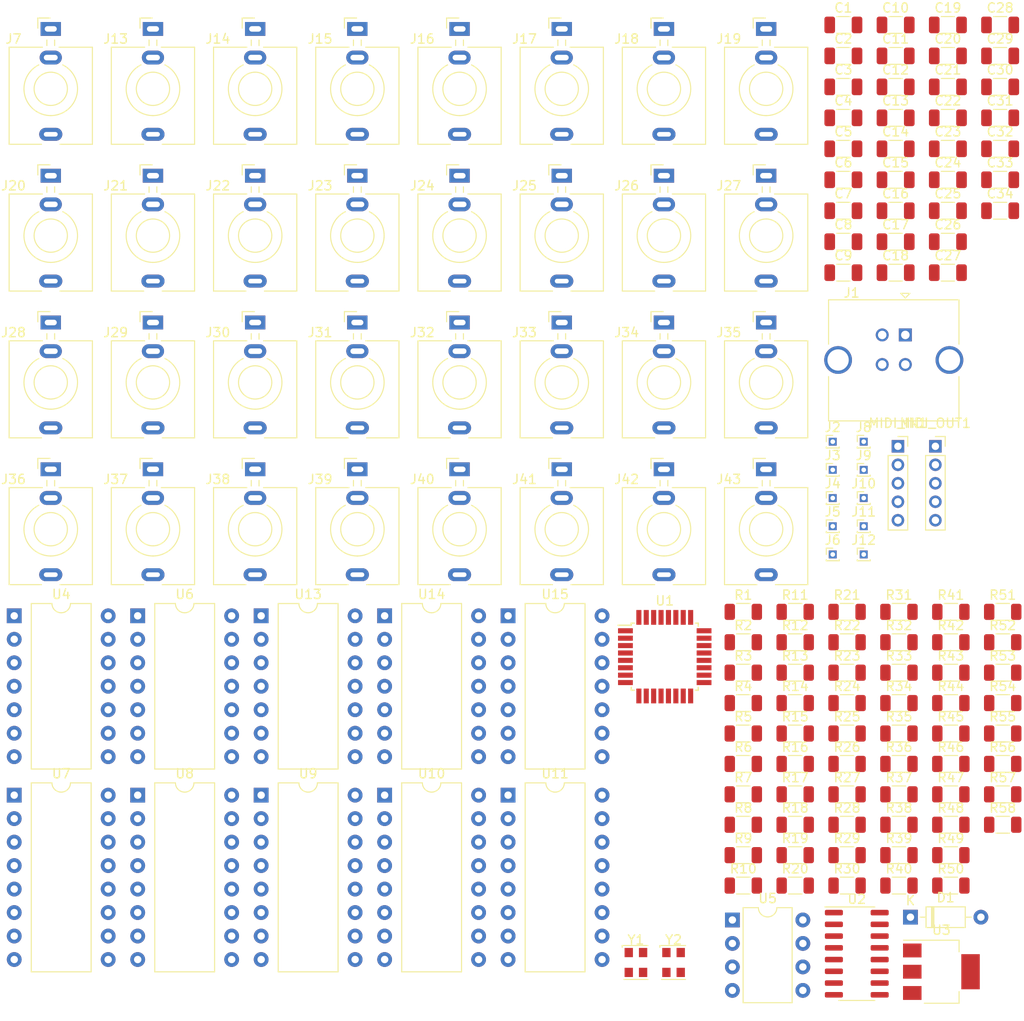
<source format=kicad_pcb>
(kicad_pcb (version 20221018) (generator pcbnew)
  (layers (0 "F.Cu" signal) (31 "B.Cu" signal) (34 "B.Paste" user) (35 "F.Paste" user) (36 "B.SilkS" user "B.Silkscreen") (37 "F.SilkS" user "F.Silkscreen") (38 "B.Mask" user) (39 "F.Mask" user) (44 "Edge.Cuts" user))
  (net 0 "")
  (net 1 "GND")
  (net 2 "Net-(U2-V3)")
  (net 3 "Net-(J9-Pin_1)")
  (net 4 "Net-(U6A-+)")
  (net 5 "Net-(U11-A0)")
  (net 6 "Net-(U6B-+)")
  (net 7 "Net-(U11-A1)")
  (net 8 "Net-(U6C-+)")
  (net 9 "Net-(U11-A2)")
  (net 10 "Net-(U6D-+)")
  (net 11 "Net-(U11-A3)")
  (net 12 "Net-(U13A-+)")
  (net 13 "Net-(U11-A7)")
  (net 14 "Net-(U13B-+)")
  (net 15 "Net-(U11-A6)")
  (net 16 "Net-(U13C-+)")
  (net 17 "Net-(U11-A5)")
  (net 18 "Net-(U13D-+)")
  (net 19 "Net-(U11-A4)")
  (net 20 "Net-(U14A-+)")
  (net 21 "Net-(U10-A0)")
  (net 22 "Net-(U14B-+)")
  (net 23 "Net-(U10-A1)")
  (net 24 "Net-(U14C-+)")
  (net 25 "Net-(U10-A2)")
  (net 26 "Net-(U14D-+)")
  (net 27 "Net-(U10-A3)")
  (net 28 "Net-(U15A-+)")
  (net 29 "Net-(U10-A7)")
  (net 30 "Net-(U15B-+)")
  (net 31 "Net-(U10-A6)")
  (net 32 "Net-(U15C-+)")
  (net 33 "Net-(U10-A5)")
  (net 34 "Net-(U15D-+)")
  (net 35 "Net-(U10-A4)")
  (net 36 "Net-(C19-Pad1)")
  (net 37 "Net-(U9-A7)")
  (net 38 "Net-(C20-Pad1)")
  (net 39 "Net-(U9-A6)")
  (net 40 "Net-(C21-Pad1)")
  (net 41 "Net-(U9-A5)")
  (net 42 "Net-(C22-Pad1)")
  (net 43 "Net-(U9-A4)")
  (net 44 "Net-(C23-Pad1)")
  (net 45 "Net-(U9-A3)")
  (net 46 "Net-(C24-Pad1)")
  (net 47 "Net-(U9-A2)")
  (net 48 "Net-(C25-Pad1)")
  (net 49 "Net-(U9-A1)")
  (net 50 "Net-(C26-Pad1)")
  (net 51 "Net-(U9-A0)")
  (net 52 "Net-(C27-Pad1)")
  (net 53 "Net-(U8-A7)")
  (net 54 "Net-(C28-Pad1)")
  (net 55 "Net-(U8-A6)")
  (net 56 "Net-(C29-Pad1)")
  (net 57 "Net-(U8-A5)")
  (net 58 "Net-(C30-Pad1)")
  (net 59 "Net-(U8-A4)")
  (net 60 "Net-(C31-Pad1)")
  (net 61 "Net-(U8-A3)")
  (net 62 "Net-(C32-Pad1)")
  (net 63 "Net-(U8-A2)")
  (net 64 "Net-(C33-Pad1)")
  (net 65 "Net-(U8-A1)")
  (net 66 "Net-(C34-Pad1)")
  (net 67 "Net-(U8-A0)")
  (net 68 "Net-(D1-K)")
  (net 69 "Net-(D1-A)")
  (net 70 "Net-(J1-VBUS)")
  (net 71 "Net-(J1-D-)")
  (net 72 "Net-(J1-D+)")
  (net 73 "Net-(J1-GND)")
  (net 75 "+5V")
  (net 76 "Net-(J6-Pin_1)")
  (net 77 "Net-(J8-Pin_1)")
  (net 78 "Net-(J10-Pin_1)")
  (net 79 "Net-(J11-Pin_1)")
  (net 80 "Net-(J12-Pin_1)")
  (net 81 "Net-(U14A--)")
  (net 82 "Net-(U6A--)")
  (net 83 "Net-(U6B--)")
  (net 84 "Net-(U6C--)")
  (net 85 "Net-(U6D--)")
  (net 86 "Net-(U13A--)")
  (net 87 "Net-(U13B--)")
  (net 88 "Net-(U13C--)")
  (net 89 "Net-(U13D--)")
  (net 90 "Net-(U14B--)")
  (net 91 "Net-(U14C--)")
  (net 92 "Net-(U14D--)")
  (net 93 "Net-(U15A--)")
  (net 94 "Net-(U15B--)")
  (net 95 "Net-(U15C--)")
  (net 96 "Net-(U15D--)")
  (net 102 "Net-(U1-~{RESET}{slash}PC6)")
  (net 103 "Net-(MIDI_IN1-Pad4)")
  (net 104 "Net-(MIDI_OUT1-Pad4)")
  (net 105 "Net-(MIDI_OUT1-Pad5)")
  (net 106 "Net-(R5-Pad2)")
  (net 107 "Net-(U7-~O0)")
  (net 108 "Net-(U10-A)")
  (net 109 "Net-(U7-~O1)")
  (net 110 "Net-(U7-~O2)")
  (net 111 "-5V")
  (net 112 "Net-(U1-PD2)")
  (net 113 "Net-(U1-PD3)")
  (net 114 "Net-(U1-PD4)")
  (net 115 "Net-(U1-XTAL1{slash}PB6)")
  (net 116 "Net-(U1-XTAL2{slash}PB7)")
  (net 117 "Net-(U1-PD5)")
  (net 118 "Net-(U1-PD6)")
  (net 119 "Net-(U1-PD7)")
  (net 120 "Net-(U1-PB0)")
  (net 121 "Net-(U1-PB1)")
  (net 122 "Net-(U1-PB2)")
  (net 126 "Net-(U1-AREF)")
  (net 133 "Net-(U2-XI)")
  (net 134 "Net-(U2-XO)")
  (net 141 "Net-(U4-Pad1)")
  (net 142 "Net-(U10-~{E})")
  (net 143 "Net-(U4-Pad11)")
  (net 144 "Net-(U7-~O3)")
  (net 145 "Net-(U8-A)")
  (net 148 "+12V")
  (net 149 "-12V")
  (net 150 "Net-(J7-PadT)")
  (net 168 "Net-(J29-PadT)")
  (net 170 "Net-(J30-PadT)")
  (net 172 "Net-(J31-PadT)")
  (net 174 "Net-(J32-PadT)")
  (net 176 "Net-(J33-PadT)")
  (net 178 "Net-(J34-PadT)")
  (net 180 "Net-(J35-PadT)")
  (net 182 "Net-(J36-PadT)")
  (net 184 "Net-(J37-PadT)")
  (net 186 "Net-(J38-PadT)")
  (net 188 "Net-(J39-PadT)")
  (net 190 "Net-(J40-PadT)")
  (net 192 "Net-(J41-PadT)")
  (net 194 "Net-(J42-PadT)")
  (net 196 "Net-(J43-PadT)")
  (footprint "AudioJacks:Jack_3.5mm_QingPu_WQP-PJ398SM_Vertical" (layer "F.Cu") (at 101.387 18.705)
    (fp_text reference "J19")
    (fp_text value "CV_V7")
  )
  (footprint "Resistor_SMD:R_1206_3216Metric" (layer "F.Cu") (at 115.747 94.925)
    (fp_text reference "R35")
    (fp_text value "10k")
  )
  (footprint "AudioJacks:Jack_3.5mm_QingPu_WQP-PJ398SM_Vertical" (layer "F.Cu") (at 24.037 66.345)
    (fp_text reference "J36")
    (fp_text value "TRIG_V1")
  )
  (footprint "Package_DIP:DIP-16_W10.16mm" (layer "F.Cu") (at 46.787 101.595)
    (fp_text reference "U9")
    (fp_text value "74HC4051")
  )
  (footprint "Capacitor_SMD:C_1206_3216Metric" (layer "F.Cu") (at 109.737 21.625)
    (fp_text reference "C2")
    (fp_text value "0.1u")
  )
  (footprint "Capacitor_SMD:C_1206_3216Metric" (layer "F.Cu") (at 126.687 31.675)
    (fp_text reference "C32")
    (fp_text value "1u")
  )
  (footprint "Connector_PinHeader_1.00mm:PinHeader_1x01_P1.00mm_Vertical" (layer "F.Cu") (at 111.937 63.355)
    (fp_text reference "J8")
    (fp_text value "Conn_01x01_Pin")
  )
  (footprint "Package_DIP:DIP-16_W10.16mm" (layer "F.Cu") (at 60.137 101.595)
    (fp_text reference "U10")
    (fp_text value "74HC4051")
  )
  (footprint "AudioJacks:Jack_3.5mm_QingPu_WQP-PJ398SM_Vertical" (layer "F.Cu") (at 90.337 50.465)
    (fp_text reference "J34")
    (fp_text value "TRIG_V3")
  )
  (footprint "AudioJacks:Jack_3.5mm_QingPu_WQP-PJ398SM_Vertical" (layer "F.Cu") (at 68.237 18.705)
    (fp_text reference "J16")
    (fp_text value "CV_V4")
  )
  (footprint "Capacitor_SMD:C_1206_3216Metric" (layer "F.Cu") (at 115.387 24.975)
    (fp_text reference "C12")
    (fp_text value "1u")
  )
  (footprint "Capacitor_SMD:C_1206_3216Metric" (layer "F.Cu") (at 121.037 45.075)
    (fp_text reference "C27")
    (fp_text value "1u")
  )
  (footprint "Connector_PinHeader_1.00mm:PinHeader_1x01_P1.00mm_Vertical" (layer "F.Cu") (at 111.937 69.455)
    (fp_text reference "J10")
    (fp_text value "Conn_01x01_Pin")
  )
  (footprint "Resistor_SMD:R_1206_3216Metric" (layer "F.Cu") (at 121.357 81.765)
    (fp_text reference "R41")
    (fp_text value "10k")
  )
  (footprint "Capacitor_SMD:C_1206_3216Metric" (layer "F.Cu") (at 121.037 18.275)
    (fp_text reference "C19")
    (fp_text value "1u")
  )
  (footprint "Resistor_SMD:R_1206_3216Metric" (layer "F.Cu") (at 98.917 108.085)
    (fp_text reference "R9")
    (fp_text value "20k")
  )
  (footprint "Resistor_SMD:R_1206_3216Metric" (layer "F.Cu") (at 115.747 85.055)
    (fp_text reference "R32")
    (fp_text value "1k")
  )
  (footprint "AudioJacks:Jack_3.5mm_QingPu_WQP-PJ398SM_Vertical" (layer "F.Cu") (at 24.037 34.585)
    (fp_text reference "J20")
    (fp_text value "CV_V8")
  )
  (footprint "Connector_PinHeader_1.00mm:PinHeader_1x01_P1.00mm_Vertical" (layer "F.Cu") (at 108.587 66.405)
    (fp_text reference "J3")
    (fp_text value "Conn_01x01_Pin")
  )
  (footprint "Capacitor_SMD:C_1206_3216Metric" (layer "F.Cu") (at 109.737 18.275)
    (fp_text reference "C1")
    (fp_text value "0.1u")
  )
  (footprint "AudioJacks:Jack_3.5mm_QingPu_WQP-PJ398SM_Vertical" (layer "F.Cu") (at 24.037 18.705)
    (fp_text reference "J7")
    (fp_text value "GATE_V8")
  )
  (footprint "Resistor_SMD:R_1206_3216Metric" (layer "F.Cu") (at 115.747 91.635)
    (fp_text reference "R34")
    (fp_text value "1k")
  )
  (footprint "Resistor_SMD:R_1206_3216Metric" (layer "F.Cu") (at 121.357 101.505)
    (fp_text reference "R47")
    (fp_text value "10k")
  )
  (footprint "Capacitor_SMD:C_1206_3216Metric" (layer "F.Cu") (at 126.687 21.625)
    (fp_text reference "C29")
    (fp_text value "1u")
  )
  (footprint "Resistor_SMD:R_1206_3216Metric" (layer "F.Cu") (at 115.747 88.345)
    (fp_text reference "R33")
    (fp_text value "10k")
  )
  (footprint "AudioJacks:Jack_3.5mm_QingPu_WQP-PJ398SM_Vertical" (layer "F.Cu") (at 57.187 18.705)
    (fp_text reference "J15")
    (fp_text value "CV_V3")
  )
  (footprint "Resistor_SMD:R_1206_3216Metric" (layer "F.Cu") (at 121.357 111.375)
    (fp_text reference "R50")
    (fp_text value "1k")
  )
  (footprint "AudioJacks:Jack_3.5mm_QingPu_WQP-PJ398SM_Vertical" (layer "F.Cu") (at 57.187 34.585)
    (fp_text reference "J23")
    (fp_text value "VEL_V3")
  )
  (footprint "AudioJacks:Jack_3.5mm_QingPu_WQP-PJ398SM_Vertical" (layer "F.Cu") (at 35.087 18.705)
    (fp_text reference "J13")
    (fp_text value "CV_V1")
  )
  (footprint "AudioJacks:Jack_3.5mm_QingPu_WQP-PJ398SM_Vertical" (layer "F.Cu") (at 79.287 18.705)
    (fp_text reference "J17")
    (fp_text value "CV_V5")
  )
  (footprint "Capacitor_SMD:C_1206_3216Metric" (layer "F.Cu") (at 126.687 38.375)
    (fp_text reference "C34")
    (fp_text value "1u")
  )
  (footprint "AudioJacks:Jack_3.5mm_QingPu_WQP-PJ398SM_Vertical" (layer "F.Cu") (at 68.237 34.585)
    (fp_text reference "J24")
    (fp_text value "VEL_V4")
  )
  (footprint "Package_DIP:DIP-14_W10.16mm" (layer "F.Cu") (at 46.787 82.195)
    (fp_text reference "U13")
    (fp_text value "LM324")
  )
  (footprint "Resistor_SMD:R_1206_3216Metric" (layer "F.Cu") (at 110.137 91.635)
    (fp_text reference "R24")
    (fp_text value "10k")
  )
  (footprint "Capacitor_SMD:C_1206_3216Metric" (layer "F.Cu") (at 121.037 41.725)
    (fp_text reference "C26")
    (fp_text value "1u")
  )
  (footprint "Resistor_SMD:R_1206_3216Metric" (layer "F.Cu") (at 98.917 81.765)
    (fp_text reference "R1")
    (fp_text value "10k")
  )
  (footprint "Resistor_SMD:R_1206_3216Metric" (layer "F.Cu") (at 115.747 111.375)
    (fp_text reference "R40")
    (fp_text value "1k")
  )
  (footprint "Capacitor_SMD:C_1206_3216Metric" (layer "F.Cu") (at 115.387 28.325)
    (fp_text reference "C13")
    (fp_text value "1u")
  )
  (footprint "Resistor_SMD:R_1206_3216Metric" (layer "F.Cu") (at 115.747 108.085)
    (fp_text reference "R39")
    (fp_text value "10k")
  )
  (footprint "Resistor_SMD:R_1206_3216Metric" (layer "F.Cu") (at 104.527 91.635)
    (fp_text reference "R14")
    (fp_text value "10k")
  )
  (footprint "Connector_PinHeader_1.00mm:PinHeader_1x01_P1.00mm_Vertical" (layer "F.Cu") (at 111.937 66.405)
    (fp_text reference "J9")
    (fp_text value "Conn_01x01_Pin")
  )
  (footprint "Capacitor_SMD:C_1206_3216Metric" (layer "F.Cu") (at 109.737 28.325)
    (fp_text reference "C4")
    (fp_text value "1u")
  )
  (footprint "Oscillator:Oscillator_SMD_EuroQuartz_XO32-4Pin_3.2x2.5mm" (layer "F.Cu") (at 87.307 119.695)
    (fp_text reference "Y1")
    (fp_text value "12MHz")
  )
  (footprint "Connector_PinHeader_1.00mm:PinHeader_1x01_P1.00mm_Vertical" (layer "F.Cu") (at 108.587 72.505)
    (fp_text reference "J5")
    (fp_text value "Conn_01x01_Pin")
  )
  (footprint "Resistor_SMD:R_1206_3216Metric" (layer "F.Cu") (at 104.527 94.925)
    (fp_text reference "R15")
    (fp_text value "10k")
  )
  (footprint "Resistor_SMD:R_1206_3216Metric" (layer "F.Cu") (at 110.137 85.055)
    (fp_text reference "R22")
    (fp_text value "10k")
  )
  (footprint "Resistor_SMD:R_1206_3216Metric" (layer "F.Cu") (at 98.917 101.505)
    (fp_text reference "R7")
    (fp_text value "10k")
  )
  (footprint "Capacitor_SMD:C_1206_3216Metric" (layer "F.Cu") (at 115.387 41.725)
    (fp_text reference "C17")
    (fp_text value "1u")
  )
  (footprint "Resistor_SMD:R_1206_3216Metric" (layer "F.Cu") (at 126.967 101.505)
    (fp_text reference "R57")
    (fp_text value "10k")
  )
  (footprint "Package_DIP:DIP-16_W10.16mm" (layer "F.Cu") (at 20.087 101.595)
    (fp_text reference "U7")
    (fp_text value "~")
  )
  (footprint "Resistor_SMD:R_1206_3216Metric" (layer "F.Cu") (at 126.967 81.765)
    (fp_text reference "R51")
    (fp_text value "10k")
  )
  (footprint "Connector_PinHeader_1.00mm:PinHeader_1x01_P1.00mm_Vertical" (layer "F.Cu") (at 111.937 75.555)
    (fp_text reference "J12")
    (fp_text value "Conn_01x01_Pin")
  )
  (footprint "Package_QFP:TQFP-32_7x7mm_P0.8mm" (layer "F.Cu") (at 90.424 86.614)
    (fp_text reference "U1")
    (fp_text value "ATmega328-P")
  )
  (footprint "AudioJacks:Jack_3.5mm_QingPu_WQP-PJ398SM_Vertical" (layer "F.Cu") (at 46.137 34.585)
    (fp_text reference "J22")
    (fp_text value "VEL_V2")
  )
  (footprint "AudioJacks:Jack_3.5mm_QingPu_WQP-PJ398SM_Vertical" (layer "F.Cu") (at 79.287 34.585)
    (fp_text reference "J25")
    (fp_text value "VEL_V8")
  )
  (footprint "Connector_PinHeader_1.00mm:PinHeader_1x01_P1.00mm_Vertical" (layer "F.Cu") (at 108.587 69.455)
    (fp_text reference "J4")
    (fp_text value "Conn_01x01_Pin")
  )
  (footprint "AudioJacks:Jack_3.5mm_QingPu_WQP-PJ398SM_Vertical" (layer "F.Cu") (at 68.237 50.465)
    (fp_text reference "J32")
    (fp_text value "TRIG_V5")
  )
  (footprint "AudioJacks:Jack_3.5mm_QingPu_WQP-PJ398SM_Vertical" (layer "F.Cu") (at 35.087 66.345)
    (fp_text reference "J37")
    (fp_text value "GATE_V7")
  )
  (footprint "Resistor_SMD:R_1206_3216Metric" (layer "F.Cu") (at 115.747 104.795)
    (fp_text reference "R38")
    (fp_text value "1k")
  )
  (footprint "Resistor_SMD:R_1206_3216Metric" (layer "F.Cu") (at 126.967 94.925)
    (fp_text reference "R55")
    (fp_text value "10k")
  )
  (footprint "Resistor_SMD:R_1206_3216Metric" (layer "F.Cu") (at 98.917 104.795)
    (fp_text reference "R8")
    (fp_text value "10k")
  )
  (footprint "Package_TO_SOT_SMD:SOT-223-3_TabPin2" (layer "F.Cu") (at 120.337 120.695)
    (fp_text reference "U3")
    (fp_text value "AMS1117")
  )
  (footprint "Resistor_SMD:R_1206_3216Metric" (layer "F.Cu") (at 126.967 91.635)
    (fp_text reference "R54")
    (fp_text value "1k")
  )
  (footprint "Diode_THT:D_DO-35_SOD27_P7.62mm_Horizontal" (layer "F.Cu") (at 116.987 114.795)
    (fp_text reference "D1")
    (fp_text value "1N914")
  )
  (footprint "Capacitor_SMD:C_1206_3216Metric" (layer "F.Cu") (at 121.037 24.975)
    (fp_text reference "C21")
    (fp_text value "1u")
  )
  (footprint "Resistor_SMD:R_1206_3216Metric" (layer "F.Cu") (at 110.137 98.215)
    (fp_text reference "R26")
    (fp_text value "10k")
  )
  (footprint "AudioJacks:Jack_3.5mm_QingPu_WQP-PJ398SM_Vertical" (layer "F.Cu") (at 79.287 50.465)
    (fp_text reference "J33")
    (fp_text value "TRIG_V4")
  )
  (footprint "Resistor_SMD:R_1206_3216Metric" (layer "F.Cu") (at 115.747 98.215)
    (fp_text reference "R36")
    (fp_text value "1k")
  )
  (footprint "Connector_PinSocket_2.00mm:PinSocket_1x05_P2.00mm_Vertical" (layer "F.Cu") (at 119.687 63.855)
    (fp_text reference "MIDI_OUT1")
    (fp_text value "DIN-5_180degree")
  )
  (footprint "Resistor_SMD:R_1206_3216Metric" (layer "F.Cu") (at 98.917 98.215)
    (fp_text reference "R6")
    (fp_text value "1k")
  )
  (footprint "Resistor_SMD:R_1206_3216Metric" (layer "F.Cu") (at 115.747 101.505)
    (fp_text reference "R37")
    (fp_text value "10k")
  )
  (footprint "Capacitor_SMD:C_1206_3216Metric" (layer "F.Cu") (at 121.037 21.625)
    (fp_text reference "C20")
    (fp_text value "1u")
  )
  (footprint "Capacitor_SMD:C_1206_3216Metric" (layer "F.Cu") (at 109.737 41.725)
    (fp_text reference "C8")
    (fp_text value "1u")
  )
  (footprint "Resistor_SMD:R_1206_3216Metric" (layer "F.Cu") (at 110.137 88.345)
    (fp_text reference "R23")
    (fp_text value "10k")
  )
  (footprint "Resistor_SMD:R_1206_3216Metric" (layer "F.Cu") (at 126.967 98.215)
    (fp_text reference "R56")
    (fp_text value "1k")
  )
  (footprint "AudioJacks:Jack_3.5mm_QingPu_WQP-PJ398SM_Vertical" (layer "F.Cu") (at 90.337 34.585)
    (fp_text reference "J26")
    (fp_text value "VEL_V7")
  )
  (footprint "Resistor_SMD:R_1206_3216Metric" (layer "F.Cu") (at 104.527 85.055)
    (fp_text reference "R12")
    (fp_text value "10k")
  )
  (footprint "Capacitor_SMD:C_1206_3216Metric" (layer "F.Cu") (at 109.737 45.075)
    (fp_text reference "C9")
    (fp_text value "1u")
  )
  (footprint "Resistor_SMD:R_1206_3216Metric" (layer "F.Cu") (at 98.917 88.345)
    (fp_text reference "R3")
    (fp_text value "280")
  )
  (footprint "Connector_PinHeader_1.00mm:PinHeader_1x01_P1.00mm_Vertical" (layer "F.Cu") (at 111.937 72.505)
    (fp_text reference "J11")
    (fp_text value "Conn_01x01_Pin")
  )
  (footprint "Resistor_SMD:R_1206_3216Metric" (layer "F.Cu") (at 104.527 104.795)
    (fp_text reference "R18")
    (fp_text value "10k")
  )
  (footprint "Capacitor_SMD:C_1206_3216Metric" (layer "F.Cu") (at 115.387 21.625)
    (fp_text reference "C11")
    (fp_text value "1u")
  )
  (footprint "Resistor_SMD:R_1206_3216Metric" (layer "F.Cu") (at 110.137 111.375)
    (fp_text reference "R30")
    (fp_text value "10k")
  )
  (footprint "Capacitor_SMD:C_1206_3216Metric" (layer "F.Cu") (at 126.687 18.275)
    (fp_text reference "C28")
    (fp_text value "1u")
  )
  (footprint "Resistor_SMD:R_1206_3216Metric" (layer "F.Cu") (at 98.917 94.925)
    (fp_text reference "R5")
    (fp_text value "220")
  )
  (footprint "Package_SO:SOIC-16_3.9x9.9mm_P1.27mm" (layer "F.Cu") (at 111.187 118.745)
    (fp_text reference "U2")
    (fp_text value "CH340G")
  )
  (footprint "Resistor_SMD:R_1206_3216Metric" (layer "F.Cu") (at 110.137 81.765)
    (fp_text reference "R21")
    (fp_text value "10k")
  )
  (footprint "Resistor_SMD:R_1206_3216Metric" (layer "F.Cu") (at 121.357 108.085)
    (fp_text reference "R49")
    (fp_text value "10k")
  )
  (footprint "Capacitor_SMD:C_1206_3216Metric" (layer "F.Cu") (at 115.387 35.025)
    (fp_text reference "C15")
    (fp_text value "1u")
  )
  (footprint "Connector_USB:USB_B_TE_5787834_Vertical" (layer "F.Cu") (at 116.437 51.81)
    (fp_text reference "J1")
    (fp_text value "USB_B")
  )
  (footprint "AudioJacks:Jack_3.5mm_QingPu_WQP-PJ398SM_Vertical" (layer "F.Cu") (at 90.337 18.705)
    (fp_text reference "J18")
    (fp_text value "CV_V6")
  )
  (footprint "AudioJacks:Jack_3.5mm_QingPu_WQP-PJ398SM_Vertical" (layer "F.Cu") (at 24.037 50.465)
    (fp_text reference "J28")
    (fp_text value "VEL_V5")
  )
  (footprint "Package_DIP:DIP-14_W10.16mm" (layer "F.Cu") (at 33.437 82.195)
    (fp_text reference "U6")
    (fp_text value "LM324")
  )
  (footprint "Capacitor_SMD:C_1206_3216Metric" (layer "F.Cu") (at 126.687 35.025)
    (fp_text reference "C33")
    (fp_text value "1u")
  )
  (footprint "Capacitor_SMD:C_1206_3216Metric" (layer "F.Cu") (at 121.037 28.325)
    (fp_text reference "C22")
    (fp_text value "1u")
  )
  (footprint "Resistor_SMD:R_1206_3216Metric" (layer "F.Cu") (at 104.527 101.505)
    (fp_text reference "R17")
    (fp_text value "10k")
  )
  (footprint "Capacitor_SMD:C_1206_3216Metric" (layer "F.Cu") (at 115.387 45.075)
    (fp_text reference "C18")
    (fp_text value "1u")
  )
  (footprint "Package_DIP:DIP-8_W7.62mm" (layer "F.Cu") (at 97.737 115.095)
    (fp_text reference "U5")
    (fp_text value "6N138")
  )
  (footprint "Capacitor_SMD:C_1206_3216Metric" (layer "F.Cu") (at 115.387 31.675)
    (fp_text reference "C14")
    (fp_text value "1u")
  )
  (footprint "Resistor_SMD:R_1206_3216Metric" (layer "F.Cu") (at 98.917 85.055)
    (fp_text reference "R2")
    (fp_text value "220")
  )
  (footprint "Resistor_SMD:R_1206_3216Metric" (layer "F.Cu") (at 104.527 108.085)
    (fp_text reference "R19")
    (fp_text value "10k")
  )
  (footprint "Package_DIP:DIP-16_W10.16mm" (layer "F.Cu") (at 73.487 101.595)
    (fp_text reference "U11")
    (fp_text value "74HC4051")
  )
  (footprint "Resistor_SMD:R_1206_3216Metric" (layer "F.Cu") (at 104.527 111.375)
    (fp_text reference "R20")
    (fp_text value "10k")
  )
  (footprint "AudioJacks:Jack_3.5mm_QingPu_WQP-PJ398SM_Vertical" (layer "F.Cu") (at 46.137 50.465)
    (fp_text reference "J30")
    (fp_text value "TRIG_V7")
  )
  (footprint "AudioJacks:Jack_3.5mm_QingPu_WQP-PJ398SM_Vertical" (layer "F.Cu") (at 57.187 50.465)
    (fp_text reference "J31")
    (fp_text value "TRIG_V6")
  )
  (footprint "Capacitor_SMD:C_1206_3216Metric" (layer "F.Cu") (at 115.387 38.375)
    (fp_text reference "C16")
    (fp_text value "1u")
  )
  (footprint "AudioJacks:Jack_3.5mm_QingPu_WQP-PJ398SM_Vertical" (layer "F.Cu") (at 46.137 66.345)
    (fp_text reference "J38")
    (fp_text value "GATE_V6")
  )
  (footprint "AudioJacks:Jack_3.5mm_QingPu_WQP-PJ398SM_Vertical" (layer "F.Cu") (at 90.337 66.345)
    (fp_text reference "J42")
    (fp_text value "GATE_V2")
  )
  (footprint "Capacitor_SMD:C_1206_3216Metric" (layer "F.Cu") (at 109.737 35.025)
    (fp_text reference "C6")
    (fp_text value "1u")
  )
  (footprint "AudioJacks:Jack_3.5mm_QingPu_WQP-PJ398SM_Vertical" (layer "F.Cu") (at 68.237 66.345)
    (fp_text reference "J40")
    (fp_text value "GATE_V4")
  )
  (footprint "Resistor_SMD:R_1206_3216Metric" (layer "F.Cu") (at 98.917 111.375)
    (fp_text reference "R10")
    (fp_text value "40k")
  )
  (footprint "Capacitor_SMD:C_1206_3216Metric" (layer "F.Cu") (at 109.737 38.375)
    (fp_text reference "C7")
    (fp_text value "1u")
  )
  (footprint "Capacitor_SMD:C_1206_3216Metric" (layer "F.Cu") (at 109.737 24.975)
    (fp_text reference "C3")
    (fp_text value "1u")
  )
  (footprint "Capacitor_SMD:C_1206_3216Metric" (layer "F.Cu") (at 121.037 31.675)
    (fp_text reference "C23")
    (fp_text value "1u")
  )
  (footprint "Resistor_SMD:R_1206_3216Metric" (layer "F.Cu") (at 110.137 104.795)
    (fp_text reference "R28")
    (fp_text value "10k")
  )
  (footprint "Capacitor_SMD:C_1206_3216Metric" (layer "F.Cu") (at 109.737 31.675)
    (fp_text reference "C5")
    (fp_text value "1u")
  )
  (footprint "Resistor_SMD:R_1206_3216Metric" (layer "F.Cu") (at 104.527 88.345)
    (fp_text reference "R13")
    (fp_text value "10k")
  )
  (footprint "AudioJacks:Jack_3.5mm_QingPu_WQP-PJ398SM_Vertical" (layer "F.Cu") (at 101.387 66.345)
    (fp_text reference "J43")
    (fp_text value "GATE_V1")
  )
  (footprint "AudioJacks:Jack_3.5mm_QingPu_WQP-PJ398SM_Vertical" (layer "F.Cu") (at 35.087 34.585)
    (fp_text reference "J21")
    (fp_text value "VEL_V1")
  )
  (footprint "Resistor_SMD:R_1206_3216Metric" (layer "F.Cu") (at 121.357 94.925)
    (fp_text reference "R45")
    (fp_text value "10k")
  )
  (footprint "Package_DIP:DIP-14_W10.16mm" (layer "F.Cu") (at 73.487 82.195)
    (fp_text reference "U15")
    (fp_text value "LM324")
  )
  (footprint "AudioJacks:Jack_3.5mm_QingPu_WQP-PJ398SM_Vertical" (layer "F.Cu") (at 79.287 66.345)
    (fp_text reference "J41")
    (fp_text value "GATE_V3")
  )
  (footprint "Connector_PinSocket_2.00mm:PinSocket_1x05_P2.00mm_Vertical" (layer "F.Cu") (at 115.637 63.855)
    (fp_text reference "MIDI_IN1")
    (fp_text value "DIN-5_180degree")
  )
  (footprint "Connector_PinHeader_1.00mm:PinHeader_1x01_P1.00mm_Vertical" (layer "F.Cu") (at 108.587 75.555)
    (fp_text reference "J6")
    (fp_text value "Conn_01x01_Pin")
  )
  (footprint "Resistor_SMD:R_1206_3216Metric" (layer "F.Cu") (at 121.357 98.215)
    (fp_text reference "R46")
    (fp_text value "1k")
  )
  (footprint "Package_DIP:DIP-14_W10.16mm" (layer "F.Cu") (at 60.137 82.195)
    (fp_text reference "U14")
    (fp_text value "LM324")
  )
  (footprint "Resistor_SMD:R_1206_3216Metric" (layer "F.Cu") (at 110.137 94.925)
    (fp_text reference "R25")
    (fp_text value "10k")
  )
  (footprint "Resistor_SMD:R_1206_3216Metric" (layer "F.Cu") (at 126.967 85.055)
    (fp_text reference "R52")
    (fp_text value "1k")
  )
  (footprint "Capacitor_SMD:C_1206_3216Metric" (layer "F.Cu") (at 121.037 38.375)
    (fp_text reference "C25")
    (fp_text value "1u")
  )
  (footprint "AudioJacks:Jack_3.5mm_QingPu_WQP-PJ398SM_Vertical" (layer "F.Cu") (at 57.187 66.345)
    (fp_text reference "J39")
    (fp_text value "GATE_V5")
  )
  (footprint "Resistor_SMD:R_1206_3216Metric" (layer "F.Cu") (at 110.137 101.505)
    (fp_text reference "R27")
    (fp_text value "10k")
  )
  (footprint "Resistor_SMD:R_1206_3216Metric" (layer "F.Cu") (at 121.357 104.795)
    (fp_text reference "R48")
    (fp_text value "1k")
  )
  (footprint "Resistor_SMD:R_1206_3216Metric" (layer "F.Cu") (at 121.357 85.055)
    (fp_text reference "R42")
    (fp_text value "1k")
  )
  (footprint "Resistor_SMD:R_1206_3216Metric" (layer "F.Cu") (at 126.967 88.345)
    (fp_text reference "R53")
    (fp_text value "10k")
  )
  (footprint "Capacitor_SMD:C_1206_3216Metric" (layer "F.Cu") (at 121.037 35.025)
    (fp_text reference "C24")
    (fp_text value "1u")
  )
  (footprint "Capacitor_SMD:C_1206_3216Metric" (layer "F.Cu") (at 115.387 18.275)
    (fp_text reference "C10")
    (fp_text value "1u")
  )
  (footprint "Package_DIP:DIP-16_W10.16mm" (layer "F.Cu") (at 33.437 101.595)
    (fp_text reference "U8")
    (fp_text value "74HC4051")
  )
  (footprint "Oscillator:Oscillator_SMD_EuroQuartz_XO32-4Pin_3.2x2.5mm" (layer "F.Cu") (at 91.377 119.695)
    (fp_text reference "Y2")
    (fp_text value "16MHz")
  )
  (footprint "AudioJacks:Jack_3.5mm_QingPu_WQP-PJ398SM_Vertical" (layer "F.Cu") (at 101.387 34.585)
    (fp_text reference "J27")
    (fp_text value "VEL_V6")
  )
  (footprint "AudioJacks:Jack_3.5mm_QingPu_WQP-PJ398SM_Vertical" (layer "F.Cu") (at 35.087 50.465)
    (fp_text reference "J29")
    (fp_text value "TRIG_V8")
  )
  (footprint "Resistor_SMD:R_1206_3216Metric" (layer "F.Cu") (at 121.357 88.345)
    (fp_text reference "R43")
    (fp_text value "10k")
  )
  (footprint "Resistor_SMD:R_1206_3216Metric" (layer "F.Cu") (at 126.967 104.795)
    (fp_text reference "R58")
    (fp_text value "1k")
  )
  (footprint "Resistor_SMD:R_1206_3216Metric" (layer "F.Cu") (at 121.357 91.635)
    (fp_text reference "R44")
    (fp_text value "1k")
  )
  (footprint "Package_DIP:DIP-14_W10.16mm" (layer "F.Cu") (at 20.087 82.195)
    (fp_text reference "U4")
    (fp_text value "74LS04")
  )
  (footprint "Capacitor_SMD:C_1206_3216Metric" (layer "F.Cu") (at 126.687 28.325)
    (fp_text reference "C31")
    (fp_text value "1u")
  )
  (footprint "Resistor_SMD:R_1206_3216Metric" (layer "F.Cu") (at 104.527 81.765)
    (fp_text reference "R11")
    (fp_text value "1k")
  )
  (footprint "Capacitor_SMD:C_1206_3216Metric" (layer "F.Cu") (at 126.687 24.975)
    (fp_text reference "C30")
    (fp_text value "1u")
  )
  (footprint "Resistor_SMD:R_1206_3216Metric" (layer "F.Cu") (at 115.747 81.765)
    (fp_text reference "R31")
    (fp_text value "10k")
  )
  (footprint "Resistor_SMD:R_1206_3216Metric" (layer "F.Cu") (at 110.137 108.085)
    (fp_text reference "R29")
    (fp_text value "10k")
  )
  (footprint "Resistor_SMD:R_1206_3216Metric" (layer "F.Cu") (at 104.527 98.215)
    (fp_text reference "R16")
    (fp_text value "10k")
  )
  (footprint "Connector_PinHeader_1.00mm:PinHeader_1x01_P1.00mm_Vertical" (layer "F.Cu") (at 108.587 63.355)
    (fp_text reference "J2")
    (fp_text value "Conn_01x01_Pin")
  )
  (footprint "AudioJacks:Jack_3.5mm_QingPu_WQP-PJ398SM_Vertical" (layer "F.Cu") (at 46.137 18.705)
    (fp_text reference "J14")
    (fp_text value "CV_V2")
  )
  (footprint "AudioJacks:Jack_3.5mm_QingPu_WQP-PJ398SM_Vertical" (layer "F.Cu") (at 101.387 50.465)
    (fp_text reference "J35")
    (fp_text value "TRIG_V2")
  )
  (footprint "Resistor_SMD:R_1206_3216Metric" (layer "F.Cu") (at 98.917 91.635)
    (fp_text reference "R4")
    (fp_text value "220")
  )
)
</source>
